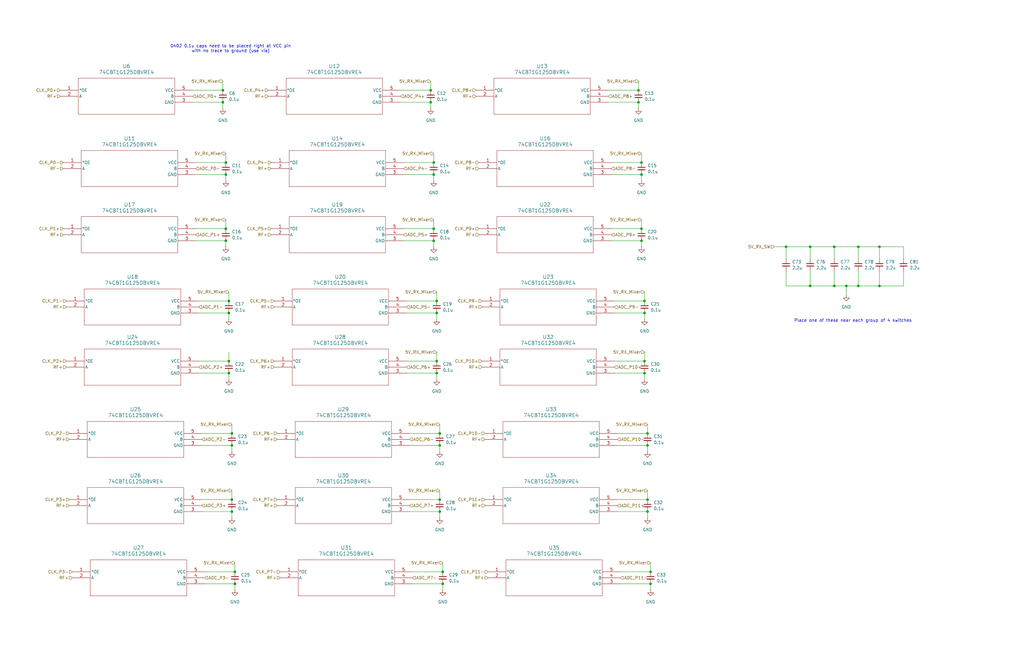
<source format=kicad_sch>
(kicad_sch (version 20250114) (generator "eeschema") (generator_version "9.0")
  (paper "B")
  (title_block (title "Rx Mixers") (date "2025-12-31") (rev "0.0") (company "Andy McCann KA3KAF and Doug McCann KA3KAG"))
  (lib_symbols
    (symbol "Device:C_Small" (pin_numbers (hide yes)) (pin_names (offset 0.254) (hide yes))
      (property "Reference" "C" (at 0.254 1.778 0))
      (property "Value" "C_Small" (at 0.254 -2.032 0))
      (symbol "C_Small_0_1"
        (polyline (pts (xy -1.524 0.508) (xy 1.524 0.508)) (stroke (width 0.3048)))
        (polyline (pts (xy -1.524 -0.508) (xy 1.524 -0.508)) (stroke (width 0.3302)))
      )
      (symbol "C_Small_1_1"
        (pin passive line (at 0 2.54 270) (length 2.032) (name "~") (number "1"))
        (pin passive line (at 0 -2.54 90) (length 2.032) (name "~") (number "2"))
      )
    )
    (symbol "SN74CBT1G125:74CBT1G125DBVRE4" (pin_names (offset 0.254))
      (property "Reference" "U" (at 27.94 10.16 0))
      (property "Value" "74CBT1G125DBVRE4" (at 27.94 7.62 0))
      (symbol "74CBT1G125DBVRE4_0_1"
        (polyline (pts (xy 7.62 5.08) (xy 7.62 -10.16)) (stroke (width 0.127)))
        (polyline (pts (xy 7.62 -10.16) (xy 48.26 -10.16)) (stroke (width 0.127)))
        (polyline (pts (xy 48.26 5.08) (xy 7.62 5.08)) (stroke (width 0.127)))
        (polyline (pts (xy 48.26 -10.16) (xy 48.26 5.08)) (stroke (width 0.127)))
        (pin input line (at 0 0 0) (length 7.62) (name "*OE") (number "1"))
        (pin input line (at 0 -2.54 0) (length 7.62) (name "A") (number "2"))
        (pin power_in line (at 55.88 0 180) (length 7.62) (name "VCC") (number "5"))
        (pin input line (at 55.88 -2.54 180) (length 7.62) (name "B") (number "4"))
        (pin power_in line (at 55.88 -5.08 180) (length 7.62) (name "GND") (number "3"))
      )
    )
    (symbol "power:GND" (power) (pin_numbers (hide yes)) (pin_names (offset 0) (hide yes))
      (property "Value" "GND" (at 0 -3.81 0))
      (symbol "GND_0_1"
        (polyline (pts (xy 0 0) (xy 0 -1.27) (xy 1.27 -1.27) (xy 0 -2.54) (xy -1.27 -1.27) (xy 0 -1.27)))
      )
      (symbol "GND_1_1"
        (pin power_in line (at 0 0 270) (length 0) (name "~") (number "1"))
      )
    )
  )
  (text "Place one of these near each group of 4 switches" (at 359.664 135.382 0) (effects (font (size 1.27 1.27))))
  (text "0402 0.1u caps need to be placed right at VCC pin\nwith no trace to ground (use via)" (at 97.282 20.574 0) (effects (font (size 1.27 1.27))))
  (junction (at 96.52 157.48))
  (junction (at 269.24 43.18))
  (junction (at 341.63 104.14))
  (junction (at 182.88 101.6))
  (junction (at 182.88 73.66))
  (junction (at 351.79 104.14))
  (junction (at 95.25 73.66))
  (junction (at 331.47 104.14))
  (junction (at 99.06 241.3))
  (junction (at 370.84 104.14))
  (junction (at 356.87 120.65))
  (junction (at 181.61 38.1))
  (junction (at 184.15 127))
  (junction (at 361.95 104.14))
  (junction (at 361.95 120.65))
  (junction (at 273.05 210.82))
  (junction (at 97.79 215.9))
  (junction (at 95.25 68.58))
  (junction (at 182.88 68.58))
  (junction (at 271.78 152.4))
  (junction (at 181.61 43.18))
  (junction (at 273.05 215.9))
  (junction (at 370.84 120.65))
  (junction (at 93.98 43.18))
  (junction (at 274.32 241.3))
  (junction (at 271.78 157.48))
  (junction (at 93.98 38.1))
  (junction (at 184.15 157.48))
  (junction (at 185.42 210.82))
  (junction (at 351.79 120.65))
  (junction (at 184.15 132.08))
  (junction (at 96.52 152.4))
  (junction (at 95.25 101.6))
  (junction (at 96.52 127))
  (junction (at 185.42 182.88))
  (junction (at 185.42 187.96))
  (junction (at 270.51 73.66))
  (junction (at 186.69 241.3))
  (junction (at 271.78 127))
  (junction (at 95.25 96.52))
  (junction (at 269.24 38.1))
  (junction (at 270.51 68.58))
  (junction (at 97.79 182.88))
  (junction (at 97.79 187.96))
  (junction (at 99.06 246.38))
  (junction (at 273.05 182.88))
  (junction (at 184.15 152.4))
  (junction (at 274.32 246.38))
  (junction (at 341.63 120.65))
  (junction (at 270.51 96.52))
  (junction (at 270.51 101.6))
  (junction (at 186.69 246.38))
  (junction (at 273.05 187.96))
  (junction (at 185.42 215.9))
  (junction (at 182.88 96.52))
  (junction (at 271.78 132.08))
  (junction (at 97.79 210.82))
  (junction (at 96.52 132.08))
  (wire (pts (xy 171.45 132.08) (xy 184.15 132.08)))
  (wire (pts (xy 93.98 38.1) (xy 93.98 34.29)))
  (wire (pts (xy 269.24 38.1) (xy 269.24 34.29)))
  (wire (pts (xy 184.15 132.08) (xy 184.15 134.62)))
  (wire (pts (xy 186.69 241.3) (xy 186.69 237.49)))
  (wire (pts (xy 81.28 43.18) (xy 93.98 43.18)))
  (wire (pts (xy 257.81 68.58) (xy 270.51 68.58)))
  (wire (pts (xy 83.82 152.4) (xy 96.52 152.4)))
  (wire (pts (xy 182.88 73.66) (xy 182.88 76.2)))
  (wire (pts (xy 331.47 120.65) (xy 341.63 120.65)))
  (wire (pts (xy 356.87 120.65) (xy 356.87 124.46)))
  (wire (pts (xy 260.35 187.96) (xy 273.05 187.96)))
  (wire (pts (xy 186.69 246.38) (xy 186.69 248.92)))
  (wire (pts (xy 261.62 241.3) (xy 274.32 241.3)))
  (wire (pts (xy 95.25 73.66) (xy 95.25 76.2)))
  (wire (pts (xy 185.42 187.96) (xy 185.42 190.5)))
  (wire (pts (xy 96.52 152.4) (xy 96.52 148.59)))
  (wire (pts (xy 259.08 132.08) (xy 271.78 132.08)))
  (wire (pts (xy 274.32 246.38) (xy 274.32 248.92)))
  (wire (pts (xy 260.35 182.88) (xy 273.05 182.88)))
  (wire (pts (xy 96.52 132.08) (xy 96.52 134.62)))
  (wire (pts (xy 96.52 127) (xy 96.52 123.19)))
  (wire (pts (xy 259.08 152.4) (xy 271.78 152.4)))
  (wire (pts (xy 273.05 187.96) (xy 273.05 190.5)))
  (wire (pts (xy 168.91 38.1) (xy 181.61 38.1)))
  (wire (pts (xy 170.18 96.52) (xy 182.88 96.52)))
  (wire (pts (xy 270.51 73.66) (xy 270.51 76.2)))
  (wire (pts (xy 351.79 120.65) (xy 356.87 120.65)))
  (wire (pts (xy 185.42 215.9) (xy 185.42 218.44)))
  (wire (pts (xy 170.18 68.58) (xy 182.88 68.58)))
  (wire (pts (xy 273.05 215.9) (xy 273.05 218.44)))
  (wire (pts (xy 259.08 127) (xy 271.78 127)))
  (wire (pts (xy 269.24 43.18) (xy 269.24 45.72)))
  (wire (pts (xy 85.09 215.9) (xy 97.79 215.9)))
  (wire (pts (xy 271.78 132.08) (xy 271.78 134.62)))
  (wire (pts (xy 260.35 215.9) (xy 273.05 215.9)))
  (wire (pts (xy 182.88 68.58) (xy 182.88 64.77)))
  (wire (pts (xy 351.79 114.3) (xy 351.79 120.65)))
  (wire (pts (xy 341.63 104.14) (xy 351.79 104.14)))
  (wire (pts (xy 96.52 157.48) (xy 96.52 160.02)))
  (wire (pts (xy 271.78 157.48) (xy 271.78 160.02)))
  (wire (pts (xy 171.45 157.48) (xy 184.15 157.48)))
  (wire (pts (xy 86.36 241.3) (xy 99.06 241.3)))
  (wire (pts (xy 331.47 104.14) (xy 331.47 109.22)))
  (wire (pts (xy 361.95 120.65) (xy 370.84 120.65)))
  (wire (pts (xy 256.54 43.18) (xy 269.24 43.18)))
  (wire (pts (xy 351.79 104.14) (xy 351.79 109.22)))
  (wire (pts (xy 341.63 114.3) (xy 341.63 120.65)))
  (wire (pts (xy 370.84 120.65) (xy 381 120.65)))
  (wire (pts (xy 370.84 104.14) (xy 381 104.14)))
  (wire (pts (xy 341.63 104.14) (xy 341.63 109.22)))
  (wire (pts (xy 270.51 68.58) (xy 270.51 64.77)))
  (wire (pts (xy 181.61 43.18) (xy 181.61 45.72)))
  (wire (pts (xy 331.47 104.14) (xy 341.63 104.14)))
  (wire (pts (xy 172.72 187.96) (xy 185.42 187.96)))
  (wire (pts (xy 331.47 114.3) (xy 331.47 120.65)))
  (wire (pts (xy 182.88 96.52) (xy 182.88 92.71)))
  (wire (pts (xy 95.25 101.6) (xy 95.25 104.14)))
  (wire (pts (xy 259.08 157.48) (xy 271.78 157.48)))
  (wire (pts (xy 184.15 152.4) (xy 184.15 148.59)))
  (wire (pts (xy 370.84 114.3) (xy 370.84 120.65)))
  (wire (pts (xy 95.25 96.52) (xy 95.25 92.71)))
  (wire (pts (xy 83.82 127) (xy 96.52 127)))
  (wire (pts (xy 270.51 101.6) (xy 270.51 104.14)))
  (wire (pts (xy 273.05 210.82) (xy 273.05 207.01)))
  (wire (pts (xy 260.35 210.82) (xy 273.05 210.82)))
  (wire (pts (xy 170.18 101.6) (xy 182.88 101.6)))
  (wire (pts (xy 170.18 73.66) (xy 182.88 73.66)))
  (wire (pts (xy 356.87 120.65) (xy 361.95 120.65)))
  (wire (pts (xy 173.99 241.3) (xy 186.69 241.3)))
  (wire (pts (xy 86.36 246.38) (xy 99.06 246.38)))
  (wire (pts (xy 381 104.14) (xy 381 109.22)))
  (wire (pts (xy 172.72 215.9) (xy 185.42 215.9)))
  (wire (pts (xy 182.88 101.6) (xy 182.88 104.14)))
  (wire (pts (xy 82.55 68.58) (xy 95.25 68.58)))
  (wire (pts (xy 85.09 187.96) (xy 97.79 187.96)))
  (wire (pts (xy 361.95 114.3) (xy 361.95 120.65)))
  (wire (pts (xy 83.82 157.48) (xy 96.52 157.48)))
  (wire (pts (xy 173.99 246.38) (xy 186.69 246.38)))
  (wire (pts (xy 99.06 246.38) (xy 99.06 248.92)))
  (wire (pts (xy 95.25 68.58) (xy 95.25 64.77)))
  (wire (pts (xy 171.45 152.4) (xy 184.15 152.4)))
  (wire (pts (xy 97.79 215.9) (xy 97.79 218.44)))
  (wire (pts (xy 326.39 104.14) (xy 331.47 104.14)))
  (wire (pts (xy 81.28 38.1) (xy 93.98 38.1)))
  (wire (pts (xy 361.95 104.14) (xy 370.84 104.14)))
  (wire (pts (xy 97.79 210.82) (xy 97.79 207.01)))
  (wire (pts (xy 274.32 241.3) (xy 274.32 237.49)))
  (wire (pts (xy 370.84 104.14) (xy 370.84 109.22)))
  (wire (pts (xy 184.15 127) (xy 184.15 123.19)))
  (wire (pts (xy 99.06 241.3) (xy 99.06 237.49)))
  (wire (pts (xy 82.55 73.66) (xy 95.25 73.66)))
  (wire (pts (xy 271.78 127) (xy 271.78 123.19)))
  (wire (pts (xy 270.51 96.52) (xy 270.51 92.71)))
  (wire (pts (xy 97.79 182.88) (xy 97.79 179.07)))
  (wire (pts (xy 257.81 96.52) (xy 270.51 96.52)))
  (wire (pts (xy 273.05 182.88) (xy 273.05 179.07)))
  (wire (pts (xy 261.62 246.38) (xy 274.32 246.38)))
  (wire (pts (xy 172.72 182.88) (xy 185.42 182.88)))
  (wire (pts (xy 97.79 187.96) (xy 97.79 190.5)))
  (wire (pts (xy 271.78 152.4) (xy 271.78 148.59)))
  (wire (pts (xy 83.82 132.08) (xy 96.52 132.08)))
  (wire (pts (xy 171.45 127) (xy 184.15 127)))
  (wire (pts (xy 256.54 38.1) (xy 269.24 38.1)))
  (wire (pts (xy 184.15 157.48) (xy 184.15 160.02)))
  (wire (pts (xy 181.61 38.1) (xy 181.61 34.29)))
  (wire (pts (xy 185.42 210.82) (xy 185.42 207.01)))
  (wire (pts (xy 257.81 101.6) (xy 270.51 101.6)))
  (wire (pts (xy 93.98 43.18) (xy 93.98 45.72)))
  (wire (pts (xy 351.79 104.14) (xy 361.95 104.14)))
  (wire (pts (xy 257.81 73.66) (xy 270.51 73.66)))
  (wire (pts (xy 172.72 210.82) (xy 185.42 210.82)))
  (wire (pts (xy 85.09 182.88) (xy 97.79 182.88)))
  (wire (pts (xy 82.55 96.52) (xy 95.25 96.52)))
  (wire (pts (xy 185.42 182.88) (xy 185.42 179.07)))
  (wire (pts (xy 168.91 43.18) (xy 181.61 43.18)))
  (wire (pts (xy 361.95 104.14) (xy 361.95 109.22)))
  (wire (pts (xy 82.55 101.6) (xy 95.25 101.6)))
  (wire (pts (xy 381 120.65) (xy 381 114.3)))
  (wire (pts (xy 341.63 120.65) (xy 351.79 120.65)))
  (wire (pts (xy 85.09 210.82) (xy 97.79 210.82)))
  (hierarchical_label "RF+" (shape input) (at 113.03 40.64 180))
  (hierarchical_label "5V_RX_Mixer" (shape input) (at 270.51 64.77 180))
  (hierarchical_label "ADC_P0+" (shape input) (at 81.28 40.64 0))
  (hierarchical_label "5V_RX_Mixer" (shape input) (at 271.78 148.59 180))
  (hierarchical_label "CLK_P1+" (shape input) (at 26.67 96.52 180))
  (hierarchical_label "CLK_P1-" (shape input) (at 27.94 127 180))
  (hierarchical_label "ADC_P9+" (shape input) (at 257.81 99.06 0))
  (hierarchical_label "CLK_P2-" (shape input) (at 29.21 182.88 180))
  (hierarchical_label "CLK_P7+" (shape input) (at 116.84 210.82 180))
  (hierarchical_label "ADC_P2+" (shape input) (at 83.82 154.94 0))
  (hierarchical_label "CLK_P4+" (shape input) (at 113.03 38.1 180))
  (hierarchical_label "RF+" (shape input) (at 118.11 243.84 180))
  (hierarchical_label "ADC_P2-" (shape input) (at 85.09 185.42 0))
  (hierarchical_label "RF+" (shape input) (at 114.3 71.12 180))
  (hierarchical_label "ADC_P3+" (shape input) (at 85.09 213.36 0))
  (hierarchical_label "5V_RX_Mixer" (shape input) (at 182.88 92.71 180))
  (hierarchical_label "RF+" (shape input) (at 204.47 185.42 180))
  (hierarchical_label "CLK_P0+" (shape input) (at 25.4 38.1 180))
  (hierarchical_label "5V_RX_Mixer" (shape input) (at 273.05 179.07 180))
  (hierarchical_label "RF+" (shape input) (at 200.66 40.64 180))
  (hierarchical_label "ADC_P4+" (shape input) (at 168.91 40.64 0))
  (hierarchical_label "ADC_P11-" (shape input) (at 261.62 243.84 0))
  (hierarchical_label "ADC_P5-" (shape input) (at 171.45 129.54 0))
  (hierarchical_label "RF+" (shape input) (at 201.93 99.06 180))
  (hierarchical_label "5V_RX_Mixer" (shape input) (at 274.32 237.49 180))
  (hierarchical_label "RF+" (shape input) (at 116.84 185.42 180))
  (hierarchical_label "ADC_P9-" (shape input) (at 259.08 129.54 0))
  (hierarchical_label "RF+" (shape input) (at 25.4 40.64 180))
  (hierarchical_label "5V_RX_Mixer" (shape input) (at 97.79 179.07 180))
  (hierarchical_label "5V_RX_Mixer" (shape input) (at 185.42 179.07 180))
  (hierarchical_label "CLK_P7-" (shape input) (at 118.11 241.3 180))
  (hierarchical_label "CLK_P3-" (shape input) (at 30.48 241.3 180))
  (hierarchical_label "ADC_P4-" (shape input) (at 170.18 71.12 0))
  (hierarchical_label "CLK_P9-" (shape input) (at 203.2 127 180))
  (hierarchical_label "RF+" (shape input) (at 29.21 185.42 180))
  (hierarchical_label "5V_RX_Mixer" (shape input) (at 182.88 64.77 180))
  (hierarchical_label "CLK_P9+" (shape input) (at 201.93 96.52 180))
  (hierarchical_label "CLK_P5+" (shape input) (at 114.3 96.52 180))
  (hierarchical_label "5V_RX_Mixer" (shape input) (at 96.52 123.19 180))
  (hierarchical_label "RF+" (shape input) (at 30.48 243.84 180))
  (hierarchical_label "RF+" (shape input) (at 205.74 243.84 180))
  (hierarchical_label "5V_RX_SW" (shape input) (at 326.39 104.14 180))
  (hierarchical_label "5V_RX_Mixer" (shape input) (at 95.25 64.77 180))
  (hierarchical_label "5V_RX_Mixer" (shape input) (at 95.25 92.71 180))
  (hierarchical_label "5V_RX_Mixer" (shape input) (at 184.15 123.19 180))
  (hierarchical_label "RF+" (shape input) (at 26.67 99.06 180))
  (hierarchical_label "5V_RX_Mixer" (shape input) (at 270.51 92.71 180))
  (hierarchical_label "5V_RX_Mixer" (shape input) (at 186.69 237.49 180))
  (hierarchical_label "ADC_P1+" (shape input) (at 82.55 99.06 0))
  (hierarchical_label "RF+" (shape input) (at 116.84 213.36 180))
  (hierarchical_label "RF+" (shape input) (at 114.3 99.06 180))
  (hierarchical_label "RF+" (shape input) (at 115.57 154.94 180))
  (hierarchical_label "CLK_P11+" (shape input) (at 204.47 210.82 180))
  (hierarchical_label "5V_RX_Mixer" (shape input) (at 181.61 34.29 180))
  (hierarchical_label "CLK_P8+" (shape input) (at 200.66 38.1 180))
  (hierarchical_label "RF+" (shape input) (at 204.47 213.36 180))
  (hierarchical_label "CLK_P8-" (shape input) (at 201.93 68.58 180))
  (hierarchical_label "RF+" (shape input) (at 27.94 129.54 180))
  (hierarchical_label "5V_RX_Mixer" (shape input) (at 184.15 148.59 180))
  (hierarchical_label "5V_RX_Mixer" (shape input) (at 271.78 123.19 180))
  (hierarchical_label "CLK_P10-" (shape input) (at 204.47 182.88 180))
  (hierarchical_label "CLK_P6+" (shape input) (at 115.57 152.4 180))
  (hierarchical_label "CLK_P4-" (shape input) (at 114.3 68.58 180))
  (hierarchical_label "ADC_P8-" (shape input) (at 257.81 71.12 0))
  (hierarchical_label "CLK_P3+" (shape input) (at 29.21 210.82 180))
  (hierarchical_label "ADC_P10+" (shape input) (at 259.08 154.94 0))
  (hierarchical_label "RF-" (shape input) (at 26.67 71.12 180))
  (hierarchical_label "5V_RX_Mixer" (shape input) (at 273.05 207.01 180))
  (hierarchical_label "CLK_P0-" (shape input) (at 26.67 68.58 180))
  (hierarchical_label "RF+" (shape input) (at 203.2 129.54 180))
  (hierarchical_label "RF+" (shape input) (at 27.94 154.94 180))
  (hierarchical_label "ADC_P8+" (shape input) (at 256.54 40.64 0))
  (hierarchical_label "ADC_P3-" (shape input) (at 86.36 243.84 0))
  (hierarchical_label "RF+" (shape input) (at 203.2 154.94 180))
  (hierarchical_label "RF+" (shape input) (at 29.21 213.36 180))
  (hierarchical_label "5V_RX_Mixer" (shape input) (at 185.42 207.01 180))
  (hierarchical_label "ADC_P1-" (shape input) (at 83.82 129.54 0))
  (hierarchical_label "CLK_P10+" (shape input) (at 203.2 152.4 180))
  (hierarchical_label "ADC_P7+" (shape input) (at 172.72 213.36 0))
  (hierarchical_label "5V_RX_Mixer" (shape input) (at 269.24 34.29 180))
  (hierarchical_label "ADC_P5+" (shape input) (at 170.18 99.06 0))
  (hierarchical_label "5V_RX_Mixer" (shape input) (at 99.06 237.49 180))
  (hierarchical_label "5V_RX_Mixer" (shape input) (at 93.98 34.29 180))
  (hierarchical_label "RF+" (shape input) (at 201.93 71.12 180))
  (hierarchical_label "ADC_P6-" (shape input) (at 172.72 185.42 0))
  (hierarchical_label "ADC_P10-" (shape input) (at 260.35 185.42 0))
  (hierarchical_label "CLK_P6-" (shape input) (at 116.84 182.88 180))
  (hierarchical_label "CLK_P11-" (shape input) (at 205.74 241.3 180))
  (hierarchical_label "ADC_P7-" (shape input) (at 173.99 243.84 0))
  (hierarchical_label "RF+" (shape input) (at 115.57 129.54 180))
  (hierarchical_label "ADC_P11+" (shape input) (at 260.35 213.36 0))
  (hierarchical_label "ADC_P6+" (shape input) (at 171.45 154.94 0))
  (hierarchical_label "CLK_P2+" (shape input) (at 27.94 152.4 180))
  (hierarchical_label "ADC_P0-" (shape input) (at 82.55 71.12 0))
  (hierarchical_label "5V_RX_Mixer" (shape input) (at 97.79 207.01 180))
  (hierarchical_label "CLK_P5-" (shape input) (at 115.57 127 180))
  (symbol (lib_id "SN74CBT1G125:74CBT1G125DBVRE4") (at 30.48 241.3 0) (unit 1)
    (property "Reference" "U27" (at 58.42 231.14 0) (effects (font (size 1.524 1.524))))
    (property "Value" "74CBT1G125DBVRE4" (at 58.42 233.68 0) (effects (font (size 1.524 1.524))))
    (property "Footprint" "DBV5" (effects (hide yes)))
    (property "Datasheet" "https://www.ti.com/lit/gpn/sn74cbt1g125" (effects (hide yes)))
  )
  (symbol (lib_id "Device:C_Small") (at 185.42 213.36 0) (unit 1)
    (property "Reference" "C28" (at 187.96 212.0962 0) (effects (justify left)))
    (property "Value" "0.1u" (at 187.96 214.6362 0) (effects (justify left)))
    (property "Footprint" "Resistor_SMD:R_0402_1005Metric_Pad0.72x0.64mm_HandSolder" (effects (hide yes)))
    (property "Description" "Unpolarized capacitor, small symbol" (effects (hide yes)))
  )
  (symbol (lib_id "Device:C_Small") (at 361.95 111.76 0) (unit 1)
    (property "Reference" "C78" (at 364.49 110.4962 0) (effects (justify left)))
    (property "Value" "2.2u" (at 364.49 113.0362 0) (effects (justify left)))
    (property "Description" "Unpolarized capacitor, small symbol" (effects (hide yes)))
  )
  (symbol (lib_id "power:GND") (at 182.88 76.2 0) (unit 1)
    (property "Reference" "#PWR012" (effects (hide yes)))
    (property "Value" "GND" (at 182.88 81.28 0))
    (property "Description" "Power symbol creates a global label with name \"GND\" , ground" (effects (hide yes)))
  )
  (symbol (lib_id "Device:C_Small") (at 96.52 129.54 0) (unit 1)
    (property "Reference" "C17" (at 99.06 128.2762 0) (effects (justify left)))
    (property "Value" "0.1u" (at 99.06 130.8162 0) (effects (justify left)))
    (property "Footprint" "Resistor_SMD:R_0402_1005Metric_Pad0.72x0.64mm_HandSolder" (effects (hide yes)))
    (property "Description" "Unpolarized capacitor, small symbol" (effects (hide yes)))
  )
  (symbol (lib_id "Device:C_Small") (at 351.79 111.76 0) (unit 1)
    (property "Reference" "C77" (at 354.33 110.4962 0) (effects (justify left)))
    (property "Value" "2.2u" (at 354.33 113.0362 0) (effects (justify left)))
    (property "Description" "Unpolarized capacitor, small symbol" (effects (hide yes)))
  )
  (symbol (lib_id "SN74CBT1G125:74CBT1G125DBVRE4") (at 29.21 210.82 0) (unit 1)
    (property "Reference" "U26" (at 57.15 200.66 0) (effects (font (size 1.524 1.524))))
    (property "Value" "74CBT1G125DBVRE4" (at 57.15 203.2 0) (effects (font (size 1.524 1.524))))
    (property "Footprint" "DBV5" (effects (hide yes)))
    (property "Datasheet" "https://www.ti.com/lit/gpn/sn74cbt1g125" (effects (hide yes)))
  )
  (symbol (lib_id "Device:C_Small") (at 270.51 71.12 0) (unit 1)
    (property "Reference" "C15" (at 273.05 69.8562 0) (effects (justify left)))
    (property "Value" "0.1u" (at 273.05 72.3962 0) (effects (justify left)))
    (property "Footprint" "Resistor_SMD:R_0402_1005Metric_Pad0.72x0.64mm_HandSolder" (effects (hide yes)))
    (property "Description" "Unpolarized capacitor, small symbol" (effects (hide yes)))
  )
  (symbol (lib_id "SN74CBT1G125:74CBT1G125DBVRE4") (at 204.47 210.82 0) (unit 1)
    (property "Reference" "U34" (at 232.41 200.66 0) (effects (font (size 1.524 1.524))))
    (property "Value" "74CBT1G125DBVRE4" (at 232.41 203.2 0) (effects (font (size 1.524 1.524))))
    (property "Footprint" "DBV5" (effects (hide yes)))
    (property "Datasheet" "https://www.ti.com/lit/gpn/sn74cbt1g125" (effects (hide yes)))
  )
  (symbol (lib_id "Device:C_Small") (at 186.69 243.84 0) (unit 1)
    (property "Reference" "C29" (at 189.23 242.5762 0) (effects (justify left)))
    (property "Value" "0.1u" (at 189.23 245.1162 0) (effects (justify left)))
    (property "Footprint" "Resistor_SMD:R_0402_1005Metric_Pad0.72x0.64mm_HandSolder" (effects (hide yes)))
    (property "Description" "Unpolarized capacitor, small symbol" (effects (hide yes)))
  )
  (symbol (lib_id "Device:C_Small") (at 274.32 243.84 0) (unit 1)
    (property "Reference" "C33" (at 276.86 242.5762 0) (effects (justify left)))
    (property "Value" "0.1u" (at 276.86 245.1162 0) (effects (justify left)))
    (property "Footprint" "Resistor_SMD:R_0402_1005Metric_Pad0.72x0.64mm_HandSolder" (effects (hide yes)))
    (property "Description" "Unpolarized capacitor, small symbol" (effects (hide yes)))
  )
  (symbol (lib_id "power:GND") (at 96.52 160.02 0) (unit 1)
    (property "Reference" "#PWR020" (effects (hide yes)))
    (property "Value" "GND" (at 96.52 165.1 0))
    (property "Description" "Power symbol creates a global label with name \"GND\" , ground" (effects (hide yes)))
  )
  (symbol (lib_id "Device:C_Small") (at 96.52 154.94 0) (unit 1)
    (property "Reference" "C22" (at 99.06 153.6762 0) (effects (justify left)))
    (property "Value" "0.1u" (at 99.06 156.2162 0) (effects (justify left)))
    (property "Footprint" "Resistor_SMD:R_0402_1005Metric_Pad0.72x0.64mm_HandSolder" (effects (hide yes)))
    (property "Description" "Unpolarized capacitor, small symbol" (effects (hide yes)))
  )
  (symbol (lib_id "power:GND") (at 269.24 45.72 0) (unit 1)
    (property "Reference" "#PWR011" (effects (hide yes)))
    (property "Value" "GND" (at 269.24 50.8 0))
    (property "Description" "Power symbol creates a global label with name \"GND\" , ground" (effects (hide yes)))
  )
  (symbol (lib_id "SN74CBT1G125:74CBT1G125DBVRE4") (at 205.74 241.3 0) (unit 1)
    (property "Reference" "U35" (at 233.68 231.14 0) (effects (font (size 1.524 1.524))))
    (property "Value" "74CBT1G125DBVRE4" (at 233.68 233.68 0) (effects (font (size 1.524 1.524))))
    (property "Footprint" "DBV5" (effects (hide yes)))
    (property "Datasheet" "https://www.ti.com/lit/gpn/sn74cbt1g125" (effects (hide yes)))
  )
  (symbol (lib_id "SN74CBT1G125:74CBT1G125DBVRE4") (at 26.67 68.58 0) (unit 1)
    (property "Reference" "U11" (at 54.61 58.42 0) (effects (font (size 1.524 1.524))))
    (property "Value" "74CBT1G125DBVRE4" (at 54.61 60.96 0) (effects (font (size 1.524 1.524))))
    (property "Footprint" "DBV5" (effects (hide yes)))
    (property "Datasheet" "https://www.ti.com/lit/gpn/sn74cbt1g125" (effects (hide yes)))
  )
  (symbol (lib_id "SN74CBT1G125:74CBT1G125DBVRE4") (at 116.84 210.82 0) (unit 1)
    (property "Reference" "U30" (at 144.78 200.66 0) (effects (font (size 1.524 1.524))))
    (property "Value" "74CBT1G125DBVRE4" (at 144.78 203.2 0) (effects (font (size 1.524 1.524))))
    (property "Footprint" "DBV5" (effects (hide yes)))
    (property "Datasheet" "https://www.ti.com/lit/gpn/sn74cbt1g125" (effects (hide yes)))
  )
  (symbol (lib_id "Device:C_Small") (at 341.63 111.76 0) (unit 1)
    (property "Reference" "C76" (at 344.17 110.4962 0) (effects (justify left)))
    (property "Value" "2.2u" (at 344.17 113.0362 0) (effects (justify left)))
    (property "Description" "Unpolarized capacitor, small symbol" (effects (hide yes)))
  )
  (symbol (lib_id "Device:C_Small") (at 270.51 99.06 0) (unit 1)
    (property "Reference" "C20" (at 273.05 97.7962 0) (effects (justify left)))
    (property "Value" "0.1u" (at 273.05 100.3362 0) (effects (justify left)))
    (property "Footprint" "Resistor_SMD:R_0402_1005Metric_Pad0.72x0.64mm_HandSolder" (effects (hide yes)))
    (property "Description" "Unpolarized capacitor, small symbol" (effects (hide yes)))
  )
  (symbol (lib_id "power:GND") (at 97.79 190.5 0) (unit 1)
    (property "Reference" "#PWR021" (effects (hide yes)))
    (property "Value" "GND" (at 97.79 195.58 0))
    (property "Description" "Power symbol creates a global label with name \"GND\" , ground" (effects (hide yes)))
  )
  (symbol (lib_id "power:GND") (at 184.15 160.02 0) (unit 1)
    (property "Reference" "#PWR024" (effects (hide yes)))
    (property "Value" "GND" (at 184.15 165.1 0))
    (property "Description" "Power symbol creates a global label with name \"GND\" , ground" (effects (hide yes)))
  )
  (symbol (lib_id "Device:C_Small") (at 93.98 40.64 0) (unit 1)
    (property "Reference" "C6" (at 96.52 39.3762 0) (effects (justify left)))
    (property "Value" "0.1u" (at 96.52 41.9162 0) (effects (justify left)))
    (property "Footprint" "Resistor_SMD:R_0402_1005Metric_Pad0.72x0.64mm_HandSolder" (effects (hide yes)))
    (property "Description" "Unpolarized capacitor, small symbol" (effects (hide yes)))
  )
  (symbol (lib_id "Device:C_Small") (at 97.79 185.42 0) (unit 1)
    (property "Reference" "C23" (at 100.33 184.1562 0) (effects (justify left)))
    (property "Value" "0.1u" (at 100.33 186.6962 0) (effects (justify left)))
    (property "Footprint" "Resistor_SMD:R_0402_1005Metric_Pad0.72x0.64mm_HandSolder" (effects (hide yes)))
    (property "Description" "Unpolarized capacitor, small symbol" (effects (hide yes)))
  )
  (symbol (lib_id "power:GND") (at 96.52 134.62 0) (unit 1)
    (property "Reference" "#PWR015" (effects (hide yes)))
    (property "Value" "GND" (at 96.52 139.7 0))
    (property "Description" "Power symbol creates a global label with name \"GND\" , ground" (effects (hide yes)))
  )
  (symbol (lib_id "SN74CBT1G125:74CBT1G125DBVRE4") (at 26.67 96.52 0) (unit 1)
    (property "Reference" "U17" (at 54.61 86.36 0) (effects (font (size 1.524 1.524))))
    (property "Value" "74CBT1G125DBVRE4" (at 54.61 88.9 0) (effects (font (size 1.524 1.524))))
    (property "Footprint" "DBV5" (effects (hide yes)))
    (property "Datasheet" "https://www.ti.com/lit/gpn/sn74cbt1g125" (effects (hide yes)))
  )
  (symbol (lib_id "power:GND") (at 270.51 104.14 0) (unit 1)
    (property "Reference" "#PWR018" (effects (hide yes)))
    (property "Value" "GND" (at 270.51 109.22 0))
    (property "Description" "Power symbol creates a global label with name \"GND\" , ground" (effects (hide yes)))
  )
  (symbol (lib_id "power:GND") (at 186.69 248.92 0) (unit 1)
    (property "Reference" "#PWR027" (effects (hide yes)))
    (property "Value" "GND" (at 186.69 254 0))
    (property "Description" "Power symbol creates a global label with name \"GND\" , ground" (effects (hide yes)))
  )
  (symbol (lib_id "Device:C_Small") (at 95.25 99.06 0) (unit 1)
    (property "Reference" "C16" (at 97.79 97.7962 0) (effects (justify left)))
    (property "Value" "0.1u" (at 97.79 100.3362 0) (effects (justify left)))
    (property "Footprint" "Resistor_SMD:R_0402_1005Metric_Pad0.72x0.64mm_HandSolder" (effects (hide yes)))
    (property "Description" "Unpolarized capacitor, small symbol" (effects (hide yes)))
  )
  (symbol (lib_id "SN74CBT1G125:74CBT1G125DBVRE4") (at 204.47 182.88 0) (unit 1)
    (property "Reference" "U33" (at 232.41 172.72 0) (effects (font (size 1.524 1.524))))
    (property "Value" "74CBT1G125DBVRE4" (at 232.41 175.26 0) (effects (font (size 1.524 1.524))))
    (property "Footprint" "DBV5" (effects (hide yes)))
    (property "Datasheet" "https://www.ti.com/lit/gpn/sn74cbt1g125" (effects (hide yes)))
  )
  (symbol (lib_id "power:GND") (at 356.87 124.46 0) (unit 1)
    (property "Reference" "#PWR053" (effects (hide yes)))
    (property "Value" "GND" (at 356.87 129.54 0))
    (property "Description" "Power symbol creates a global label with name \"GND\" , ground" (effects (hide yes)))
  )
  (symbol (lib_id "SN74CBT1G125:74CBT1G125DBVRE4") (at 200.66 38.1 0) (unit 1)
    (property "Reference" "U13" (at 228.6 27.94 0) (effects (font (size 1.524 1.524))))
    (property "Value" "74CBT1G125DBVRE4" (at 228.6 30.48 0) (effects (font (size 1.524 1.524))))
    (property "Footprint" "DBV5" (effects (hide yes)))
    (property "Datasheet" "https://www.ti.com/lit/gpn/sn74cbt1g125" (effects (hide yes)))
  )
  (symbol (lib_id "Device:C_Small") (at 331.47 111.76 0) (unit 1)
    (property "Reference" "C73" (at 334.01 110.4962 0) (effects (justify left)))
    (property "Value" "2.2u" (at 334.01 113.0362 0) (effects (justify left)))
    (property "Description" "Unpolarized capacitor, small symbol" (effects (hide yes)))
  )
  (symbol (lib_id "SN74CBT1G125:74CBT1G125DBVRE4") (at 29.21 182.88 0) (unit 1)
    (property "Reference" "U25" (at 57.15 172.72 0) (effects (font (size 1.524 1.524))))
    (property "Value" "74CBT1G125DBVRE4" (at 57.15 175.26 0) (effects (font (size 1.524 1.524))))
    (property "Footprint" "DBV5" (effects (hide yes)))
    (property "Datasheet" "https://www.ti.com/lit/gpn/sn74cbt1g125" (effects (hide yes)))
  )
  (symbol (lib_id "SN74CBT1G125:74CBT1G125DBVRE4") (at 27.94 127 0) (unit 1)
    (property "Reference" "U18" (at 55.88 116.84 0) (effects (font (size 1.524 1.524))))
    (property "Value" "74CBT1G125DBVRE4" (at 55.88 119.38 0) (effects (font (size 1.524 1.524))))
    (property "Footprint" "DBV5" (effects (hide yes)))
    (property "Datasheet" "https://www.ti.com/lit/gpn/sn74cbt1g125" (effects (hide yes)))
  )
  (symbol (lib_id "power:GND") (at 274.32 248.92 0) (unit 1)
    (property "Reference" "#PWR031" (effects (hide yes)))
    (property "Value" "GND" (at 274.32 254 0))
    (property "Description" "Power symbol creates a global label with name \"GND\" , ground" (effects (hide yes)))
  )
  (symbol (lib_id "Device:C_Small") (at 381 111.76 0) (unit 1)
    (property "Reference" "C81" (at 383.54 110.4962 0) (effects (justify left)))
    (property "Value" "2.2u" (at 383.54 113.0362 0) (effects (justify left)))
    (property "Description" "Unpolarized capacitor, small symbol" (effects (hide yes)))
  )
  (symbol (lib_id "Device:C_Small") (at 184.15 129.54 0) (unit 1)
    (property "Reference" "C19" (at 186.69 128.2762 0) (effects (justify left)))
    (property "Value" "0.1u" (at 186.69 130.8162 0) (effects (justify left)))
    (property "Footprint" "Resistor_SMD:R_0402_1005Metric_Pad0.72x0.64mm_HandSolder" (effects (hide yes)))
    (property "Description" "Unpolarized capacitor, small symbol" (effects (hide yes)))
  )
  (symbol (lib_id "power:GND") (at 95.25 104.14 0) (unit 1)
    (property "Reference" "#PWR014" (effects (hide yes)))
    (property "Value" "GND" (at 95.25 109.22 0))
    (property "Description" "Power symbol creates a global label with name \"GND\" , ground" (effects (hide yes)))
  )
  (symbol (lib_id "Device:C_Small") (at 185.42 185.42 0) (unit 1)
    (property "Reference" "C27" (at 187.96 184.1562 0) (effects (justify left)))
    (property "Value" "0.1u" (at 187.96 186.6962 0) (effects (justify left)))
    (property "Footprint" "Resistor_SMD:R_0402_1005Metric_Pad0.72x0.64mm_HandSolder" (effects (hide yes)))
    (property "Description" "Unpolarized capacitor, small symbol" (effects (hide yes)))
  )
  (symbol (lib_id "power:GND") (at 185.42 218.44 0) (unit 1)
    (property "Reference" "#PWR026" (effects (hide yes)))
    (property "Value" "GND" (at 185.42 223.52 0))
    (property "Description" "Power symbol creates a global label with name \"GND\" , ground" (effects (hide yes)))
  )
  (symbol (lib_id "SN74CBT1G125:74CBT1G125DBVRE4") (at 114.3 68.58 0) (unit 1)
    (property "Reference" "U14" (at 142.24 58.42 0) (effects (font (size 1.524 1.524))))
    (property "Value" "74CBT1G125DBVRE4" (at 142.24 60.96 0) (effects (font (size 1.524 1.524))))
    (property "Footprint" "DBV5" (effects (hide yes)))
    (property "Datasheet" "https://www.ti.com/lit/gpn/sn74cbt1g125" (effects (hide yes)))
  )
  (symbol (lib_id "Device:C_Small") (at 97.79 213.36 0) (unit 1)
    (property "Reference" "C24" (at 100.33 212.0962 0) (effects (justify left)))
    (property "Value" "0.1u" (at 100.33 214.6362 0) (effects (justify left)))
    (property "Footprint" "Resistor_SMD:R_0402_1005Metric_Pad0.72x0.64mm_HandSolder" (effects (hide yes)))
    (property "Description" "Unpolarized capacitor, small symbol" (effects (hide yes)))
  )
  (symbol (lib_id "Device:C_Small") (at 269.24 40.64 0) (unit 1)
    (property "Reference" "C13" (at 271.78 39.3762 0) (effects (justify left)))
    (property "Value" "0.1u" (at 271.78 41.9162 0) (effects (justify left)))
    (property "Footprint" "Resistor_SMD:R_0402_1005Metric_Pad0.72x0.64mm_HandSolder" (effects (hide yes)))
    (property "Description" "Unpolarized capacitor, small symbol" (effects (hide yes)))
  )
  (symbol (lib_id "Device:C_Small") (at 99.06 243.84 0) (unit 1)
    (property "Reference" "C25" (at 101.6 242.5762 0) (effects (justify left)))
    (property "Value" "0.1u" (at 101.6 245.1162 0) (effects (justify left)))
    (property "Footprint" "Resistor_SMD:R_0402_1005Metric_Pad0.72x0.64mm_HandSolder" (effects (hide yes)))
    (property "Description" "Unpolarized capacitor, small symbol" (effects (hide yes)))
  )
  (symbol (lib_id "power:GND") (at 95.25 76.2 0) (unit 1)
    (property "Reference" "#PWR09" (effects (hide yes)))
    (property "Value" "GND" (at 95.25 81.28 0))
    (property "Description" "Power symbol creates a global label with name \"GND\" , ground" (effects (hide yes)))
  )
  (symbol (lib_id "power:GND") (at 271.78 160.02 0) (unit 1)
    (property "Reference" "#PWR028" (effects (hide yes)))
    (property "Value" "GND" (at 271.78 165.1 0))
    (property "Description" "Power symbol creates a global label with name \"GND\" , ground" (effects (hide yes)))
  )
  (symbol (lib_id "Device:C_Small") (at 182.88 99.06 0) (unit 1)
    (property "Reference" "C18" (at 185.42 97.7962 0) (effects (justify left)))
    (property "Value" "0.1u" (at 185.42 100.3362 0) (effects (justify left)))
    (property "Footprint" "Resistor_SMD:R_0402_1005Metric_Pad0.72x0.64mm_HandSolder" (effects (hide yes)))
    (property "Description" "Unpolarized capacitor, small symbol" (effects (hide yes)))
  )
  (symbol (lib_id "power:GND") (at 181.61 45.72 0) (unit 1)
    (property "Reference" "#PWR010" (effects (hide yes)))
    (property "Value" "GND" (at 181.61 50.8 0))
    (property "Description" "Power symbol creates a global label with name \"GND\" , ground" (effects (hide yes)))
  )
  (symbol (lib_id "SN74CBT1G125:74CBT1G125DBVRE4") (at 201.93 68.58 0) (unit 1)
    (property "Reference" "U16" (at 229.87 58.42 0) (effects (font (size 1.524 1.524))))
    (property "Value" "74CBT1G125DBVRE4" (at 229.87 60.96 0) (effects (font (size 1.524 1.524))))
    (property "Footprint" "DBV5" (effects (hide yes)))
    (property "Datasheet" "https://www.ti.com/lit/gpn/sn74cbt1g125" (effects (hide yes)))
  )
  (symbol (lib_id "Device:C_Small") (at 95.25 71.12 0) (unit 1)
    (property "Reference" "C11" (at 97.79 69.8562 0) (effects (justify left)))
    (property "Value" "0.1u" (at 97.79 72.3962 0) (effects (justify left)))
    (property "Footprint" "Resistor_SMD:R_0402_1005Metric_Pad0.72x0.64mm_HandSolder" (effects (hide yes)))
    (property "Description" "Unpolarized capacitor, small symbol" (effects (hide yes)))
  )
  (symbol (lib_id "power:GND") (at 93.98 45.72 0) (unit 1)
    (property "Reference" "#PWR01" (effects (hide yes)))
    (property "Value" "GND" (at 93.98 50.8 0))
    (property "Description" "Power symbol creates a global label with name \"GND\" , ground" (effects (hide yes)))
  )
  (symbol (lib_id "Device:C_Small") (at 271.78 129.54 0) (unit 1)
    (property "Reference" "C21" (at 274.32 128.2762 0) (effects (justify left)))
    (property "Value" "0.1u" (at 274.32 130.8162 0) (effects (justify left)))
    (property "Footprint" "Resistor_SMD:R_0402_1005Metric_Pad0.72x0.64mm_HandSolder" (effects (hide yes)))
    (property "Description" "Unpolarized capacitor, small symbol" (effects (hide yes)))
  )
  (symbol (lib_id "SN74CBT1G125:74CBT1G125DBVRE4") (at 113.03 38.1 0) (unit 1)
    (property "Reference" "U12" (at 140.97 27.94 0) (effects (font (size 1.524 1.524))))
    (property "Value" "74CBT1G125DBVRE4" (at 140.97 30.48 0) (effects (font (size 1.524 1.524))))
    (property "Footprint" "DBV5" (effects (hide yes)))
    (property "Datasheet" "https://www.ti.com/lit/gpn/sn74cbt1g125" (effects (hide yes)))
  )
  (symbol (lib_id "Device:C_Small") (at 182.88 71.12 0) (unit 1)
    (property "Reference" "C14" (at 185.42 69.8562 0) (effects (justify left)))
    (property "Value" "0.1u" (at 185.42 72.3962 0) (effects (justify left)))
    (property "Footprint" "Resistor_SMD:R_0402_1005Metric_Pad0.72x0.64mm_HandSolder" (effects (hide yes)))
    (property "Description" "Unpolarized capacitor, small symbol" (effects (hide yes)))
  )
  (symbol (lib_id "Device:C_Small") (at 370.84 111.76 0) (unit 1)
    (property "Reference" "C79" (at 373.38 110.4962 0) (effects (justify left)))
    (property "Value" "2.2u" (at 373.38 113.0362 0) (effects (justify left)))
    (property "Description" "Unpolarized capacitor, small symbol" (effects (hide yes)))
  )
  (symbol (lib_id "SN74CBT1G125:74CBT1G125DBVRE4") (at 116.84 182.88 0) (unit 1)
    (property "Reference" "U29" (at 144.78 172.72 0) (effects (font (size 1.524 1.524))))
    (property "Value" "74CBT1G125DBVRE4" (at 144.78 175.26 0) (effects (font (size 1.524 1.524))))
    (property "Footprint" "DBV5" (effects (hide yes)))
    (property "Datasheet" "https://www.ti.com/lit/gpn/sn74cbt1g125" (effects (hide yes)))
  )
  (symbol (lib_id "Device:C_Small") (at 273.05 185.42 0) (unit 1)
    (property "Reference" "C31" (at 275.59 184.1562 0) (effects (justify left)))
    (property "Value" "0.1u" (at 275.59 186.6962 0) (effects (justify left)))
    (property "Footprint" "Resistor_SMD:R_0402_1005Metric_Pad0.72x0.64mm_HandSolder" (effects (hide yes)))
    (property "Description" "Unpolarized capacitor, small symbol" (effects (hide yes)))
  )
  (symbol (lib_id "SN74CBT1G125:74CBT1G125DBVRE4") (at 115.57 152.4 0) (unit 1)
    (property "Reference" "U28" (at 143.51 142.24 0) (effects (font (size 1.524 1.524))))
    (property "Value" "74CBT1G125DBVRE4" (at 143.51 144.78 0) (effects (font (size 1.524 1.524))))
    (property "Footprint" "DBV5" (effects (hide yes)))
    (property "Datasheet" "https://www.ti.com/lit/gpn/sn74cbt1g125" (effects (hide yes)))
  )
  (symbol (lib_id "SN74CBT1G125:74CBT1G125DBVRE4") (at 203.2 127 0) (unit 1)
    (property "Reference" "U23" (at 231.14 116.84 0) (effects (font (size 1.524 1.524))))
    (property "Value" "74CBT1G125DBVRE4" (at 231.14 119.38 0) (effects (font (size 1.524 1.524))))
    (property "Footprint" "DBV5" (effects (hide yes)))
    (property "Datasheet" "https://www.ti.com/lit/gpn/sn74cbt1g125" (effects (hide yes)))
  )
  (symbol (lib_id "SN74CBT1G125:74CBT1G125DBVRE4") (at 114.3 96.52 0) (unit 1)
    (property "Reference" "U19" (at 142.24 86.36 0) (effects (font (size 1.524 1.524))))
    (property "Value" "74CBT1G125DBVRE4" (at 142.24 88.9 0) (effects (font (size 1.524 1.524))))
    (property "Footprint" "DBV5" (effects (hide yes)))
    (property "Datasheet" "https://www.ti.com/lit/gpn/sn74cbt1g125" (effects (hide yes)))
  )
  (symbol (lib_id "power:GND") (at 182.88 104.14 0) (unit 1)
    (property "Reference" "#PWR016" (effects (hide yes)))
    (property "Value" "GND" (at 182.88 109.22 0))
    (property "Description" "Power symbol creates a global label with name \"GND\" , ground" (effects (hide yes)))
  )
  (symbol (lib_id "SN74CBT1G125:74CBT1G125DBVRE4") (at 25.4 38.1 0) (unit 1)
    (property "Reference" "U6" (at 53.34 27.94 0) (effects (font (size 1.524 1.524))))
    (property "Value" "74CBT1G125DBVRE4" (at 53.34 30.48 0) (effects (font (size 1.524 1.524))))
    (property "Footprint" "DBV5" (effects (hide yes)))
    (property "Datasheet" "https://www.ti.com/lit/gpn/sn74cbt1g125" (effects (hide yes)))
  )
  (symbol (lib_id "power:GND") (at 97.79 218.44 0) (unit 1)
    (property "Reference" "#PWR022" (effects (hide yes)))
    (property "Value" "GND" (at 97.79 223.52 0))
    (property "Description" "Power symbol creates a global label with name \"GND\" , ground" (effects (hide yes)))
  )
  (symbol (lib_id "SN74CBT1G125:74CBT1G125DBVRE4") (at 201.93 96.52 0) (unit 1)
    (property "Reference" "U22" (at 229.87 86.36 0) (effects (font (size 1.524 1.524))))
    (property "Value" "74CBT1G125DBVRE4" (at 229.87 88.9 0) (effects (font (size 1.524 1.524))))
    (property "Footprint" "DBV5" (effects (hide yes)))
    (property "Datasheet" "https://www.ti.com/lit/gpn/sn74cbt1g125" (effects (hide yes)))
  )
  (symbol (lib_id "power:GND") (at 273.05 218.44 0) (unit 1)
    (property "Reference" "#PWR030" (effects (hide yes)))
    (property "Value" "GND" (at 273.05 223.52 0))
    (property "Description" "Power symbol creates a global label with name \"GND\" , ground" (effects (hide yes)))
  )
  (symbol (lib_id "Device:C_Small") (at 184.15 154.94 0) (unit 1)
    (property "Reference" "C26" (at 186.69 153.6762 0) (effects (justify left)))
    (property "Value" "0.1u" (at 186.69 156.2162 0) (effects (justify left)))
    (property "Footprint" "Resistor_SMD:R_0402_1005Metric_Pad0.72x0.64mm_HandSolder" (effects (hide yes)))
    (property "Description" "Unpolarized capacitor, small symbol" (effects (hide yes)))
  )
  (symbol (lib_id "power:GND") (at 270.51 76.2 0) (unit 1)
    (property "Reference" "#PWR013" (effects (hide yes)))
    (property "Value" "GND" (at 270.51 81.28 0))
    (property "Description" "Power symbol creates a global label with name \"GND\" , ground" (effects (hide yes)))
  )
  (symbol (lib_id "Device:C_Small") (at 271.78 154.94 0) (unit 1)
    (property "Reference" "C30" (at 274.32 153.6762 0) (effects (justify left)))
    (property "Value" "0.1u" (at 274.32 156.2162 0) (effects (justify left)))
    (property "Footprint" "Resistor_SMD:R_0402_1005Metric_Pad0.72x0.64mm_HandSolder" (effects (hide yes)))
    (property "Description" "Unpolarized capacitor, small symbol" (effects (hide yes)))
  )
  (symbol (lib_id "power:GND") (at 184.15 134.62 0) (unit 1)
    (property "Reference" "#PWR017" (effects (hide yes)))
    (property "Value" "GND" (at 184.15 139.7 0))
    (property "Description" "Power symbol creates a global label with name \"GND\" , ground" (effects (hide yes)))
  )
  (symbol (lib_id "power:GND") (at 99.06 248.92 0) (unit 1)
    (property "Reference" "#PWR023" (effects (hide yes)))
    (property "Value" "GND" (at 99.06 254 0))
    (property "Description" "Power symbol creates a global label with name \"GND\" , ground" (effects (hide yes)))
  )
  (symbol (lib_id "power:GND") (at 271.78 134.62 0) (unit 1)
    (property "Reference" "#PWR019" (effects (hide yes)))
    (property "Value" "GND" (at 271.78 139.7 0))
    (property "Description" "Power symbol creates a global label with name \"GND\" , ground" (effects (hide yes)))
  )
  (symbol (lib_id "SN74CBT1G125:74CBT1G125DBVRE4") (at 118.11 241.3 0) (unit 1)
    (property "Reference" "U31" (at 146.05 231.14 0) (effects (font (size 1.524 1.524))))
    (property "Value" "74CBT1G125DBVRE4" (at 146.05 233.68 0) (effects (font (size 1.524 1.524))))
    (property "Footprint" "DBV5" (effects (hide yes)))
    (property "Datasheet" "https://www.ti.com/lit/gpn/sn74cbt1g125" (effects (hide yes)))
  )
  (symbol (lib_id "SN74CBT1G125:74CBT1G125DBVRE4") (at 27.94 152.4 0) (unit 1)
    (property "Reference" "U24" (at 55.88 142.24 0) (effects (font (size 1.524 1.524))))
    (property "Value" "74CBT1G125DBVRE4" (at 55.88 144.78 0) (effects (font (size 1.524 1.524))))
    (property "Footprint" "DBV5" (effects (hide yes)))
    (property "Datasheet" "https://www.ti.com/lit/gpn/sn74cbt1g125" (effects (hide yes)))
  )
  (symbol (lib_id "power:GND") (at 185.42 190.5 0) (unit 1)
    (property "Reference" "#PWR025" (effects (hide yes)))
    (property "Value" "GND" (at 185.42 195.58 0))
    (property "Description" "Power symbol creates a global label with name \"GND\" , ground" (effects (hide yes)))
  )
  (symbol (lib_id "Device:C_Small") (at 273.05 213.36 0) (unit 1)
    (property "Reference" "C32" (at 275.59 212.0962 0) (effects (justify left)))
    (property "Value" "0.1u" (at 275.59 214.6362 0) (effects (justify left)))
    (property "Footprint" "Resistor_SMD:R_0402_1005Metric_Pad0.72x0.64mm_HandSolder" (effects (hide yes)))
    (property "Description" "Unpolarized capacitor, small symbol" (effects (hide yes)))
  )
  (symbol (lib_id "SN74CBT1G125:74CBT1G125DBVRE4") (at 115.57 127 0) (unit 1)
    (property "Reference" "U20" (at 143.51 116.84 0) (effects (font (size 1.524 1.524))))
    (property "Value" "74CBT1G125DBVRE4" (at 143.51 119.38 0) (effects (font (size 1.524 1.524))))
    (property "Footprint" "DBV5" (effects (hide yes)))
    (property "Datasheet" "https://www.ti.com/lit/gpn/sn74cbt1g125" (effects (hide yes)))
  )
  (symbol (lib_id "Device:C_Small") (at 181.61 40.64 0) (unit 1)
    (property "Reference" "C12" (at 184.15 39.3762 0) (effects (justify left)))
    (property "Value" "0.1u" (at 184.15 41.9162 0) (effects (justify left)))
    (property "Footprint" "Resistor_SMD:R_0402_1005Metric_Pad0.72x0.64mm_HandSolder" (effects (hide yes)))
    (property "Description" "Unpolarized capacitor, small symbol" (effects (hide yes)))
  )
  (symbol (lib_id "power:GND") (at 273.05 190.5 0) (unit 1)
    (property "Reference" "#PWR029" (effects (hide yes)))
    (property "Value" "GND" (at 273.05 195.58 0))
    (property "Description" "Power symbol creates a global label with name \"GND\" , ground" (effects (hide yes)))
  )
  (symbol (lib_id "SN74CBT1G125:74CBT1G125DBVRE4") (at 203.2 152.4 0) (unit 1)
    (property "Reference" "U32" (at 231.14 142.24 0) (effects (font (size 1.524 1.524))))
    (property "Value" "74CBT1G125DBVRE4" (at 231.14 144.78 0) (effects (font (size 1.524 1.524))))
    (property "Footprint" "DBV5" (effects (hide yes)))
    (property "Datasheet" "https://www.ti.com/lit/gpn/sn74cbt1g125" (effects (hide yes)))
  )
)
</source>
